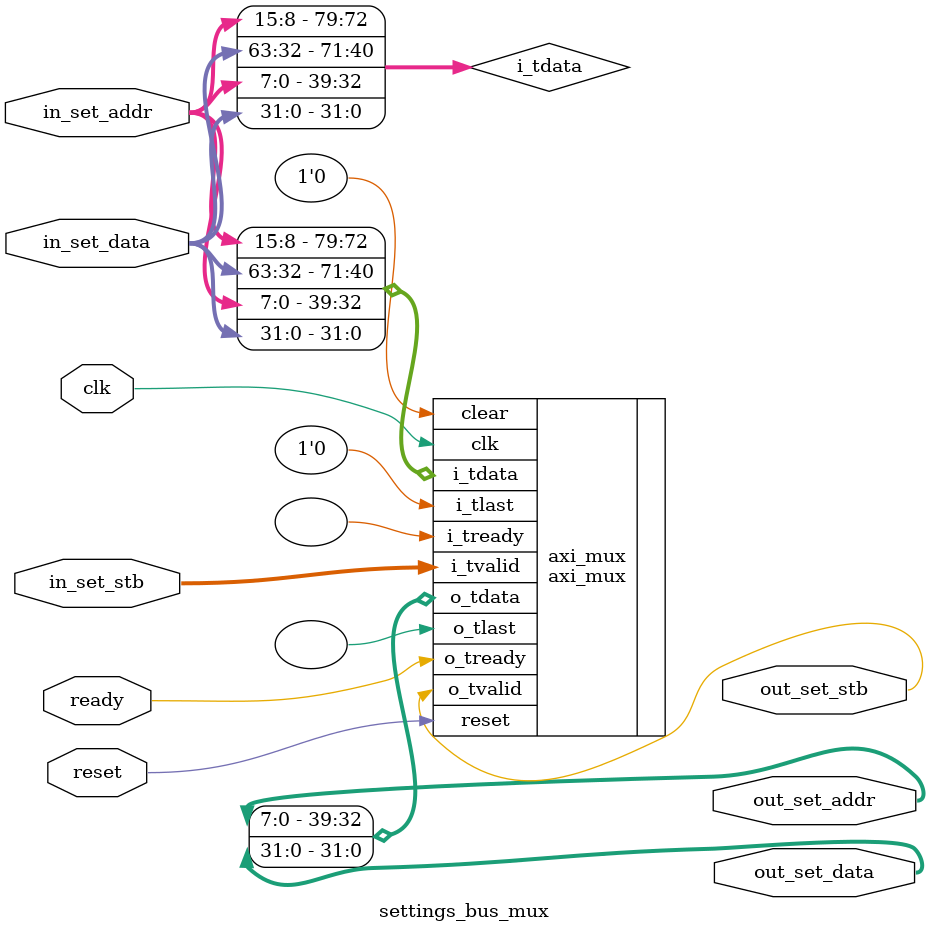
<source format=v>

module settings_bus_mux #(
  parameter PRIO=0, // 0 = Round robin, 1 = Lower ports get priority (see axi_mux)
  parameter AWIDTH=8,
  parameter DWIDTH=32,
  parameter BUFFER=1,
  parameter NUM_BUSES=2)
(
  input clk, input reset,
  input [NUM_BUSES-1:0] in_set_stb, input [NUM_BUSES*AWIDTH-1:0] in_set_addr, input [NUM_BUSES*DWIDTH-1:0] in_set_data,
  output out_set_stb, output [AWIDTH-1:0] out_set_addr, output [DWIDTH-1:0] out_set_data, input ready
);

  wire [NUM_BUSES*(AWIDTH+DWIDTH)-1:0] i_tdata;

  genvar i;
  generate
    for (i = 0; i < NUM_BUSES; i = i + 1) begin
      assign i_tdata[(i+1)*(AWIDTH+DWIDTH)-1:i*(AWIDTH+DWIDTH)] = {in_set_addr[(i+1)*AWIDTH-1:i*AWIDTH],in_set_data[(i+1)*DWIDTH-1:i*DWIDTH]};
    end
  endgenerate

  axi_mux #(.PRIO(PRIO), .WIDTH(AWIDTH+DWIDTH), .BUFFER(BUFFER), .SIZE(NUM_BUSES))
  axi_mux (
    .clk(clk), .reset(reset), .clear(1'b0),
    .i_tdata(i_tdata), .i_tlast(1'b0), .i_tvalid(in_set_stb), .i_tready(),
    .o_tdata({out_set_addr,out_set_data}), .o_tlast(), .o_tvalid(out_set_stb), .o_tready(ready));

endmodule
</source>
